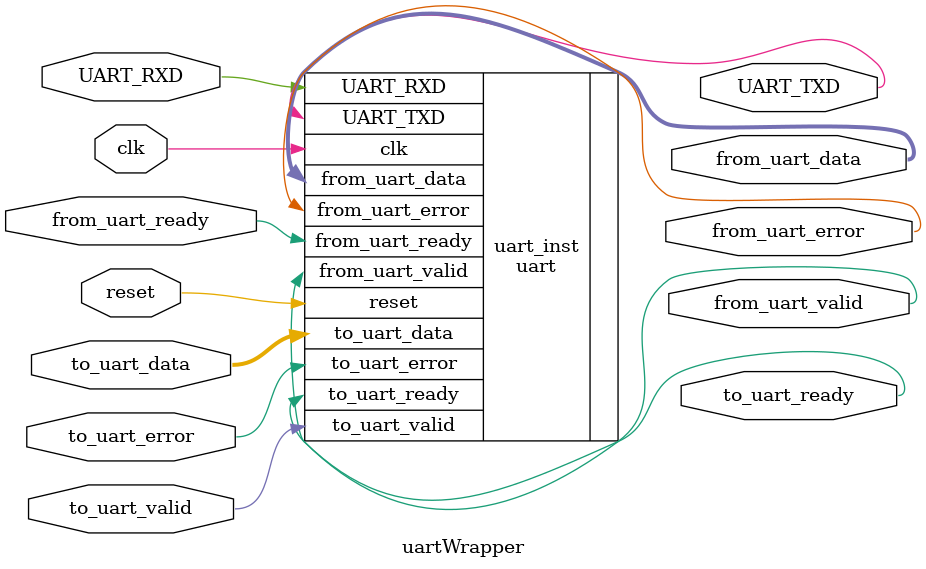
<source format=v>
module uartWrapper(
	input clk,
	input reset,
	input UART_RXD,
	output UART_TXD,
	// Read from uart
	input from_uart_ready, 			// should be 1 to read from uart (from_uart_ready = 1'd1)
	output [7:0] from_uart_data,
	output from_uart_error,
	output from_uart_valid,
	// Write to uart
	input [7:0] to_uart_data,
	input to_uart_error,
	input to_uart_valid, 			// should be 1 to write to uart (to_uart_valid = 1'd1)
	output to_uart_ready 			// when uart is ready to receive data we write new data to "to_uart_data"
);
	uart uart_inst(
		.from_uart_ready(from_uart_ready), 	// input
		.from_uart_data(from_uart_data),		// output
		.from_uart_error(from_uart_error),	// output
		.from_uart_valid(from_uart_valid),	// output
		.to_uart_data(to_uart_data),			// input
		.to_uart_error(to_uart_error),		// input
		.to_uart_valid(to_uart_valid),		// input
		.to_uart_ready(to_uart_ready),		// output
		.clk(clk),									// input
		.UART_RXD(UART_RXD),						// input
		.UART_TXD(UART_TXD),						// output
		.reset(reset)								// input
	);
endmodule
</source>
